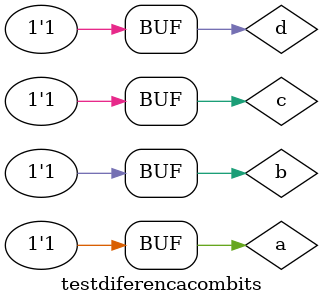
<source format=v>

module meiadiferenca(s, s1, a, b);
input a, b;
output s, s1;
wire s2;
xor XOR1 (s,a,b);
not NOT1 (s2, a);
and AND1 (s1,s2,b);
endmodule//meiasoma
module diferencacompleta(s2, s4, a, b, c);
input a, b, c;
output  s2, s4;
wire s, s1, s3;
meiadiferenca MD1 (s, s1, a, b);
meiadiferenca MD2 (s2, s3, s, c);
or OR1 (s4, s1, s3);
endmodule//somacompleta
// ---------------------
// -- diferenca com 2 bits
// ---------------------

module testdiferencacombits;
 reg   a, b, c, d;
 wire  s, s1, s2, s3;
          // instancia
meiadiferenca MD3(s,s1,b,d);

diferencacompleta SC1(s2, s3, s1, a, c);

initial begin: start
a=0; b=0; c=0; d=0;
end
 
          // parte principal
 initial begin : main
      $display("Marcio Santana Correa 345368");
      $display("Test Diferenca com 2 bits ");
      $display("\n ab - cd = s\n");
 	   $monitor("%b%b - %b%b = %b%b", a, b, c, d, s2, s);
 		#1 a=0; b=0; c=0; d=1;
		#1 a=0; b=0; c=1; d=0;
		#1 a=0; b=0; c=1; d=1;
		#1 a=0; b=1; c=0; d=0;
		#1 a=0; b=1; c=0; d=1;
		#1 a=0; b=1; c=1; d=0;
		#1 a=0; b=1; c=1; d=1;
		#1 a=1; b=0; c=0; d=0;
		#1 a=1; b=0; c=0; d=1;
		#1 a=1; b=0; c=1; d=0;
		#1 a=1; b=0; c=1; d=1;
		#1 a=1; b=1; c=0; d=0;
		#1 a=1; b=1; c=0; d=1;
		#1 a=1; b=1; c=1; d=0;
	   #1 a=1; b=1; c=1; d=1;
		
 end

endmodule // test
</source>
